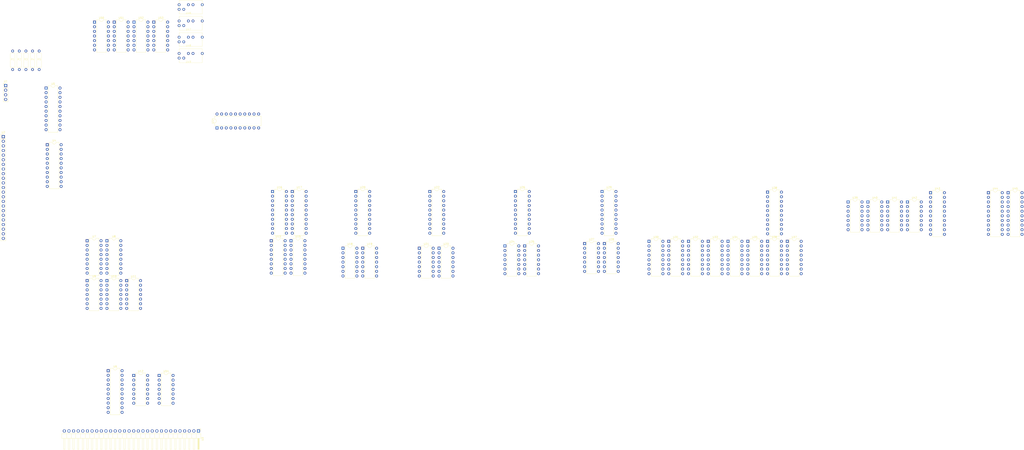
<source format=kicad_pcb>
(kicad_pcb (version 20240108) (generator "pcbnew") (generator_version "8.0")
  (layers (0 "F.Cu" signal) (31 "B.Cu" signal) (34 "B.Paste" user) (35 "F.Paste" user) (36 "B.SilkS" user "B.Silkscreen") (37 "F.SilkS" user "F.Silkscreen") (38 "B.Mask" user) (39 "F.Mask" user) (44 "Edge.Cuts" user))
  (net 0 "")
  (net 1 "Net-(U2-READ_0)")
  (net 2 "Net-(U10-GND)")
  (net 3 "Net-(U2-READ_1)")
  (net 4 "Net-(U2-READ_2)")
  (net 5 "Net-(U2-WRITE_0)")
  (net 6 "Net-(U2-ENABLE)")
  (net 7 "Net-(U1-2)")
  (net 8 "Net-(U1-1)")
  (net 9 "Net-(U1-0)")
  (net 10 "Net-(U1-3)")
  (net 12 "Net-(U14-D2)")
  (net 13 "Net-(U14-D1)")
  (net 16 "Net-(U14-D5)")
  (net 17 "Net-(U11-I5)")
  (net 18 "Net-(U14-D0)")
  (net 19 "Net-(U14-D7)")
  (net 20 "Net-(U14-D3)")
  (net 21 "Net-(U14-D4)")
  (net 23 "Net-(U2-CLK_B)")
  (net 24 "Net-(U10-V+)")
  (net 25 "Net-(U2-CLK_A)")
  (net 26 "Net-(U14-D6)")
  (net 28 "Net-(U15-A2)")
  (net 29 "Net-(U15-A1)")
  (net 30 "Net-(U15-B2)")
  (net 31 "Net-(U3-O2)")
  (net 32 "Net-(U13-A3)")
  (net 33 "Net-(U3-O3)")
  (net 34 "Net-(U13-A0)")
  (net 35 "Net-(U3-O0)")
  (net 36 "Net-(U3-O5)")
  (net 37 "Net-(U15-B0)")
  (net 38 "Net-(U3-O1)")
  (net 39 "Net-(U15-A0)")
  (net 40 "Net-(U13-B0)")
  (net 41 "Net-(U3-O6)")
  (net 42 "Net-(U3-O4)")
  (net 43 "Net-(U13-B1)")
  (net 44 "Net-(U13-A1)")
  (net 45 "Net-(U13-A2)")
  (net 46 "Net-(U15-B3)")
  (net 47 "Net-(U13-B2)")
  (net 48 "Net-(U15-B1)")
  (net 49 "Net-(U13-B3)")
  (net 50 "Net-(U15-A3)")
  (net 51 "Net-(U3-O7)")
  (net 52 "Net-(U4-CLK)")
  (net 53 "Net-(U47-OUT)")
  (net 54 "Net-(U54-1Q)")
  (net 55 "Net-(U10-I0)")
  (net 56 "Net-(U7-Y0)")
  (net 57 "Net-(U7-Y3)")
  (net 58 "Net-(U10-I1)")
  (net 59 "Net-(U7-Y4)")
  (net 60 "Net-(U7-Y2)")
  (net 61 "Net-(U7-Y1)")
  (net 62 "Net-(U7-Y5)")
  (net 63 "Net-(U11-O5)")
  (net 64 "Net-(U11-I0)")
  (net 65 "Net-(U11-I2)")
  (net 66 "Net-(U10-I5)")
  (net 67 "Net-(U10-I3)")
  (net 68 "Net-(U11-I1)")
  (net 69 "Net-(U11-I3)")
  (net 70 "Net-(U10-I4)")
  (net 71 "Net-(U10-I2)")
  (net 72 "Net-(U29-OE#)")
  (net 73 "Net-(U22-OE#)")
  (net 74 "Net-(U17-OE#)")
  (net 75 "Net-(U20-OE#)")
  (net 76 "Net-(U16-OE#)")
  (net 77 "Net-(U26-OE#)")
  (net 78 "Net-(U10-O1)")
  (net 79 "Net-(U10-O0)")
  (net 80 "Net-(U10-O5)")
  (net 81 "Net-(U10-O4)")
  (net 82 "Net-(U10-03)")
  (net 83 "Net-(U10-O2)")
  (net 84 "Net-(U11-O1)")
  (net 85 "Net-(U11-03)")
  (net 86 "Net-(U11-O2)")
  (net 87 "Net-(U11-O0)")
  (net 89 "Net-(U12-2Q)")
  (net 92 "Net-(U12-1Q)")
  (net 93 "Net-(U13-Σ1)")
  (net 94 "Net-(U13-Σ2)")
  (net 95 "Net-(U13-C_IN)")
  (net 96 "Net-(U13-Σ0)")
  (net 97 "Net-(U13-Σ3)")
  (net 98 "Net-(U13-C_OUT)")
  (net 105 "Net-(U14-CLK)")
  (net 107 "Net-(U15-Σ2)")
  (net 108 "Net-(U15-C_OUT)")
  (net 109 "Net-(U15-Σ0)")
  (net 110 "Net-(U15-Σ3)")
  (net 111 "Net-(U15-Σ1)")
  (net 112 "Net-(U18-O2)")
  (net 113 "Net-(U18-03)")
  (net 114 "Net-(U18-O1)")
  (net 115 "Net-(U18-O4)")
  (net 116 "Net-(U18-O0)")
  (net 117 "Net-(U18-O5)")
  (net 119 "Net-(U19-O0)")
  (net 122 "Net-(U19-O1)")
  (net 124 "Net-(U21-Q3)")
  (net 125 "Net-(U21-Q2)")
  (net 126 "Net-(U21-Q1)")
  (net 127 "Net-(U21-Q0)")
  (net 128 "Net-(U22-D6)")
  (net 129 "Net-(U22-D7)")
  (net 130 "Net-(U22-D5)")
  (net 131 "Net-(U22-D4)")
  (net 132 "Net-(U24-1Q)")
  (net 133 "Net-(U24-4Q)")
  (net 134 "Net-(U24-3Q)")
  (net 135 "Net-(U24-2Q)")
  (net 136 "Net-(U25-4Q)")
  (net 137 "Net-(U25-1Q)")
  (net 138 "Net-(U25-3Q)")
  (net 139 "Net-(U25-2Q)")
  (net 140 "Net-(U27-2Q)")
  (net 141 "Net-(U27-3Q)")
  (net 142 "Net-(U27-4Q)")
  (net 143 "Net-(U27-1Q)")
  (net 144 "Net-(U28-3Q)")
  (net 145 "Net-(U28-4Q)")
  (net 146 "Net-(U28-1Q)")
  (net 147 "Net-(U28-2Q)")
  (net 149 "Net-(U30-Q)")
  (net 150 "Net-(U31-Q)")
  (net 153 "Net-(U32-Q)")
  (net 155 "Net-(U33-Q)")
  (net 156 "Net-(U34-Q)")
  (net 158 "Net-(U35-Q)")
  (net 161 "Net-(U36-Q)")
  (net 162 "Net-(U37-Q)")
  (net 164 "Net-(U39-3Q)")
  (net 165 "Net-(U39-2Q)")
  (net 166 "Net-(U39-1Q)")
  (net 167 "Net-(U39-4Q)")
  (net 168 "Net-(U40-2Q)")
  (net 169 "Net-(U40-4Q)")
  (net 170 "Net-(U40-3Q)")
  (net 171 "Net-(U40-1Q)")
  (net 173 "Net-(U41-1Q)")
  (net 175 "Net-(U41-2Q)")
  (net 176 "Net-(U42-1Q)")
  (net 180 "Net-(U46-IN)")
  (net 181 "Net-(U47-IN)")
  (net 182 "Net-(U48-IN)")
  (net 183 "Net-(U49-IN)")
  (net 186 "Net-(U50-4Q)")
  (net 187 "Net-(U50-3A)")
  (net 188 "Net-(U50-4B)")
  (footprint "Package_DIP:DIP-14_W7.62mm" (layer "F.Cu") (at 131.555 29.54)
    (property "Reference" "U51")
    (property "Value" "~")
  )
  (footprint "Package_DIP:DIP-16_W7.62mm" (layer "F.Cu") (at 501.07 149.875)
    (property "Reference" "U37")
    (property "Value" "~")
  )
  (footprint "Package_DIP:DIP-14_W7.62mm" (layer "F.Cu") (at 267.97 153.67)
    (property "Reference" "U19")
    (property "Value" "~")
  )
  (footprint "Package_DIP:DIP-14_W7.62mm" (layer "F.Cu") (at 346.02 152.4)
    (property "Reference" "U24")
    (property "Value" "~")
  )
  (footprint "Package_DIP:DIP-16_W7.62mm" (layer "F.Cu") (at 468.52 149.875)
    (property "Reference" "U34")
    (property "Value" "~")
  )
  (footprint "Package_DIP:DIP-20_W7.62mm" (layer "F.Cu") (at 94.145 65.735)
    (property "Reference" "U5")
    (property "Value" "~")
  )
  (footprint "Package_DIP:DIP-16_W7.62mm" (layer "F.Cu") (at 127.525 149.555)
    (property "Reference" "U8")
    (property "Value" "~")
  )
  (footprint "Package_DIP:DIP-20_W7.62mm" (layer "F.Cu") (at 128.23 220.905)
    (property "Reference" "U6")
    (property "Value" "~")
  )
  (footprint "Package_DIP:DIP-16_W7.62mm" (layer "F.Cu") (at 425.12 149.875)
    (property "Reference" "U30")
    (property "Value" "~")
  )
  (footprint "Package_DIP:DIP-14_W7.62mm" (layer "F.Cu") (at 309.88 153.67)
    (property "Reference" "U23")
    (property "Value" "~")
  )
  (footprint "custom_footprint_library:0.4_pitch_resistor" (layer "F.Cu") (at 90.335 50.495)
    (property "Reference" "R5")
    (property "Value" "10k")
  )
  (footprint "Package_DIP:DIP-14_W7.62mm" (layer "F.Cu") (at 156.22 223.515)
    (property "Reference" "U54")
    (property "Value" "~")
  )
  (footprint "Package_DIP:DIP-14_W7.62mm" (layer "F.Cu") (at 257.12 153.67)
    (property "Reference" "U18")
    (property "Value" "~")
  )
  (footprint "custom_footprint_library:jumper" (layer "F.Cu") (at 172.25 25.065)
    (property "Reference" "U46")
    (property "Value" "~")
  )
  (footprint "Package_DIP:DIP-14_W7.62mm" (layer "F.Cu") (at 142.405 29.54)
    (property "Reference" "U52")
    (property "Value" "~")
  )
  (footprint "Package_DIP:DIP-16_W7.62mm" (layer "F.Cu") (at 457.67 149.875)
    (property "Reference" "U33")
    (property "Value" "~")
  )
  (footprint "Package_DIP:DIP-14_W7.62mm" (layer "F.Cu") (at 567 128.27)
    (property "Reference" "U42")
    (property "Value" "~")
  )
  (footprint "Package_DIP:DIP-14_W7.62mm" (layer "F.Cu") (at 153.255 29.54)
    (property "Reference" "U53")
    (property "Value" "~")
  )
  (footprint "Package_DIP:DIP-16_W7.62mm" (layer "F.Cu") (at 479.37 149.875)
    (property "Reference" "U35")
    (property "Value" "~")
  )
  (footprint "Package_DIP:DIP-14_W7.62mm" (layer "F.Cu") (at 142.25 223.515)
    (property "Reference" "U12")
    (property "Value" "~")
  )
  (footprint "Connector_PinHeader_2.54mm:PinHeader_1x04_P2.54mm_Vertical" (layer "F.Cu") (at 71.915 64.36)
    (property "Reference" "U1")
    (property "Value" "~")
  )
  (footprint "Connector_PinHeader_2.54mm:PinHeader_1x30_P2.54mm_Horizontal" (layer "F.Cu") (at 177.8 254 -90)
    (property "Reference" "U3")
    (property "Value" "~")
  )
  (footprint "Package_DIP:DIP-20_W7.62mm" (layer "F.Cu") (at 490.22 122.875)
    (property "Reference" "U38")
    (property "Value" "~")
  )
  (footprint "custom_footprint_library:jumper" (layer "F.Cu") (at 172.25 33.985)
    (property "Reference" "U47")
    (property "Value" "~")
  )
  (footprint "Package_DIP:DIP-20_W7.62mm" (layer "F.Cu") (at 579.7 123.19)
    (property "Reference" "U43")
    (property "Value" "~")
  )
  (footprint "Package_DIP:DIP-20_W7.62mm" (layer "F.Cu") (at 304.8 122.555)
    (property "Reference" "U22")
    (property "Value" "~")
  )
  (footprint "Package_DIP:DIP-14_W7.62mm" (layer "F.Cu") (at 127.525 171.455)
    (property "Reference" "U10")
    (property "Value" "~")
  )
  (footprint "Package_DIP:DIP-14_W7.62mm" (layer "F.Cu") (at 389.78 151.13)
    (property "Reference" "U27")
    (property "Value" "~")
  )
  (footprint "Package_DIP:DIP-16_W7.62mm" (layer "F.Cu") (at 116.675 149.555)
    (property "Reference" "U7")
    (property "Value" "~")
  )
  (footprint "Package_DIP:DIP-14_W7.62mm" (layer "F.Cu") (at 545.3 128.27)
    (property "Reference" "U40")
    (property "Value" "~")
  )
  (footprint "Package_DIP:DIP-14_W7.62mm" (layer "F.Cu") (at 138.375 171.455)
    (property "Reference" "U11")
    (property "Value" "~")
  )
  (footprint "custom_footprint_library:0.4_pitch_resistor" (layer "F.Cu") (at 83.055 50.495)
    (property "Reference" "R3")
    (property "Value" "10k")
  )
  (footprint "Package_DIP:DIP-14_W7.62mm" (layer "F.Cu") (at 120.705 29.54)
    (property "Reference" "U50")
    (property "Value" "~")
  )
  (footprint "Package_DIP:DIP-16_W7.62mm" (layer "F.Cu") (at 490.22 149.875)
    (property "Reference" "U36")
    (property "Value" "~")
  )
  (footprint "custom_footprint_library:jumper" (layer "F.Cu") (at 172.25 51.825)
    (property "Reference" "U49")
    (property "Value" "~")
  )
  (footprint "custom_footprint_library:jumper" (layer "F.Cu") (at 172.25 42.905)
    (property "Reference" "U48")
    (property "Value" "~")
  )
  (footprint "Package_DIP:DIP-16_W7.62mm" (layer "F.Cu") (at 435.97 149.875)
    (property "Reference" "U31")
    (property "Value" "~")
  )
  (footprint "Package_DIP:DIP-14_W7.62mm" (layer "F.Cu") (at 556.15 128.27)
    (property "Reference" "U41")
    (property "Value" "~")
  )
  (footprint "Package_DIP:DIP-16_W7.62mm" (layer "F.Cu") (at 217.75 149.555)
    (property "Reference" "U13")
    (property "Value" "~")
  )
  (footprint "Package_DIP:DIP-20_W7.62mm" (layer "F.Cu") (at 622.3 123.19)
    (property "Reference" "U45")
    (property "Value" "~")
  )
  (footprint "Package_DIP:DIP-14_W7.62mm" (layer "F.Cu") (at 400.63 151.13)
    (property "Reference" "U28")
    (property "Value" "~")
  )
  (footprint "Package_DIP:DIP-20_W7.62mm" (layer "F.Cu") (at 187.965 87.62 90)
    (property "Reference" "U14")
    (property "Value" "~")
  )
  (footprint "Package_DIP:DIP-14_W7.62mm" (layer "F.Cu") (at 299.03 153.67)
    (property "Reference" "U21")
    (property "Value" "~")
  )
  (footprint "Package_DIP:DIP-20_W7.62mm" (layer "F.Cu") (at 264.16 122.555)
    (property "Reference" "U20")
    (property "Value" "~")
  )
  (footprint "Package_DIP:DIP-20_W7.62mm" (layer "F.Cu") (at 351.79 122.555)
    (property "Reference" "U26")
    (property "Value" "~")
  )
  (footprint "Package_DIP:DIP-14_W7.62mm" (layer "F.Cu") (at 534.45 128.27)
    (property "Reference" "U39")
    (property "Value" "~")
  )
  (footprint "custom_footprint_library:0.4_pitch_resistor" (layer "F.Cu") (at 79.415 50.495)
    (property "Reference" "R2")
    (property "Value" "10k")
  )
  (footprint "Package_DIP:DIP-16_W7.62mm" (layer "F.Cu") (at 446.82 149.875)
    (property "Reference" "U32")
    (property "Value" "~")
  )
  (footprint "custom_footprint_library:0.4_pitch_resistor" (layer "F.Cu") (at 86.695 50.495)
    (property "Reference" "R4")
    (property "Value" "10k")
  )
  (footprint "Package_DIP:DIP-14_W7.62mm" (layer "F.Cu") (at 356.87 152.4)
    (property "Reference" "U25")
    (property "Value" "~")
  )
  (footprint "Package_DIP:DIP-16_W7.62mm" (layer "F.Cu") (at 228.6 149.555)
    (property "Reference" "U15")
    (property "Value" "~")
  )
  (footprint "Connector_PinHeader_2.54mm:PinHeader_1x23_P2.54mm_Vertical" (layer "F.Cu") (at 70.65 92.405)
    (property "Reference" "U2")
    (property "Value" "~")
  )
  (footprint "Package_DIP:DIP-14_W7.62mm" (layer "F.Cu") (at 116.675 171.455)
    (property "Reference" "U9")
    (property "Value" "~")
  )
  (footprint "Package_DIP:DIP-20_W7.62mm" (layer "F.Cu") (at 229.29 122.555)
    (property "Reference" "U17")
    (property "Value" "~")
  )
  (footprint "Package_DIP:DIP-20_W7.62mm" (layer "F.Cu") (at 611.45 123.19)
    (property "Reference" "U44")
    (property "Value" "~")
  )
  (footprint "custom_footprint_library:0.4_pitch_resistor" (layer "F.Cu") (at 75.775 50.495)
    (property "Reference" "R1")
    (property "Value" "10k")
  )
  (footprint "Package_DIP:DIP-20_W7.62mm" (layer "F.Cu") (at 399.36 122.555)
    (property "Reference" "U29")
    (property "Value" "~")
  )
  (footprint "Package_DIP:DIP-20_W7.62mm" (layer "F.Cu") (at 94.78 96.85)
    (property "Reference" "U4")
    (property "Value" "~")
  )
  (footprint "Package_DIP:DIP-20_W7.62mm" (layer "F.Cu") (at 218.44 122.555)
    (property "Reference" "U16")
    (property "Value" "~")
  )
)
</source>
